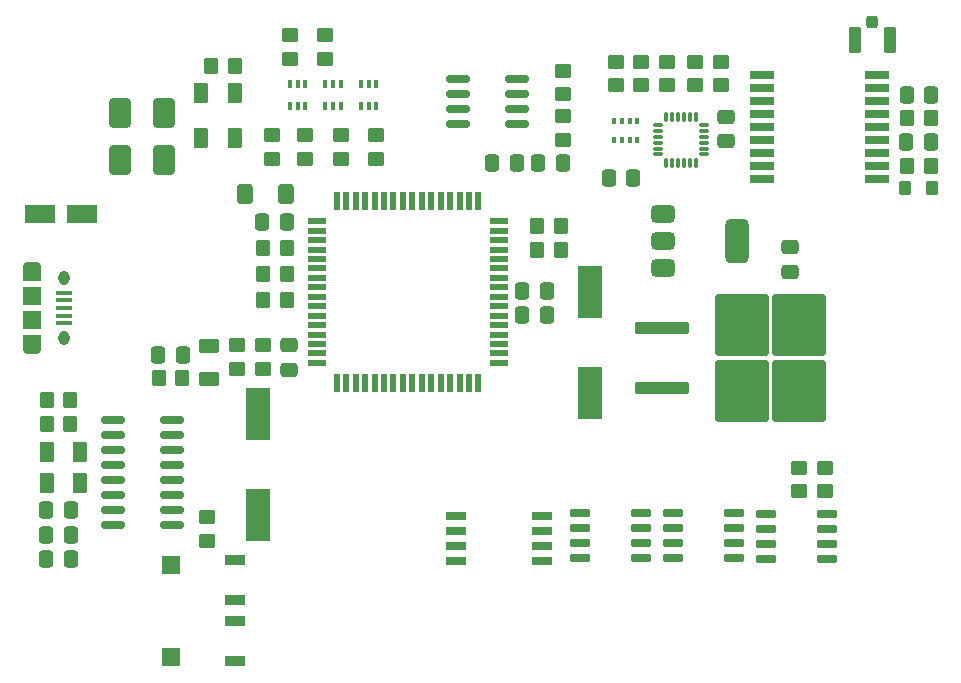
<source format=gbr>
%TF.GenerationSoftware,KiCad,Pcbnew,8.0.4-8.0.4-0~ubuntu24.04.1*%
%TF.CreationDate,2024-09-01T12:54:21+03:00*%
%TF.ProjectId,control_body,636f6e74-726f-46c5-9f62-6f64792e6b69,rev?*%
%TF.SameCoordinates,Original*%
%TF.FileFunction,Paste,Top*%
%TF.FilePolarity,Positive*%
%FSLAX46Y46*%
G04 Gerber Fmt 4.6, Leading zero omitted, Abs format (unit mm)*
G04 Created by KiCad (PCBNEW 8.0.4-8.0.4-0~ubuntu24.04.1) date 2024-09-01 12:54:21*
%MOMM*%
%LPD*%
G01*
G04 APERTURE LIST*
G04 Aperture macros list*
%AMRoundRect*
0 Rectangle with rounded corners*
0 $1 Rounding radius*
0 $2 $3 $4 $5 $6 $7 $8 $9 X,Y pos of 4 corners*
0 Add a 4 corners polygon primitive as box body*
4,1,4,$2,$3,$4,$5,$6,$7,$8,$9,$2,$3,0*
0 Add four circle primitives for the rounded corners*
1,1,$1+$1,$2,$3*
1,1,$1+$1,$4,$5*
1,1,$1+$1,$6,$7*
1,1,$1+$1,$8,$9*
0 Add four rect primitives between the rounded corners*
20,1,$1+$1,$2,$3,$4,$5,0*
20,1,$1+$1,$4,$5,$6,$7,0*
20,1,$1+$1,$6,$7,$8,$9,0*
20,1,$1+$1,$8,$9,$2,$3,0*%
G04 Aperture macros list end*
%ADD10O,1.550000X0.890000*%
%ADD11O,0.950000X1.250000*%
%ADD12R,1.350000X0.400000*%
%ADD13R,1.550000X1.200000*%
%ADD14R,1.550000X1.500000*%
%ADD15RoundRect,0.250000X-0.250000X0.275000X-0.250000X-0.275000X0.250000X-0.275000X0.250000X0.275000X0*%
%ADD16RoundRect,0.250000X-0.275000X0.850000X-0.275000X-0.850000X0.275000X-0.850000X0.275000X0.850000X0*%
%ADD17R,2.000000X0.700000*%
%ADD18RoundRect,0.250000X-0.337500X-0.475000X0.337500X-0.475000X0.337500X0.475000X-0.337500X0.475000X0*%
%ADD19RoundRect,0.150000X-0.725000X-0.150000X0.725000X-0.150000X0.725000X0.150000X-0.725000X0.150000X0*%
%ADD20RoundRect,0.250000X-0.350000X-0.450000X0.350000X-0.450000X0.350000X0.450000X-0.350000X0.450000X0*%
%ADD21RoundRect,0.250000X-0.375000X-0.625000X0.375000X-0.625000X0.375000X0.625000X-0.375000X0.625000X0*%
%ADD22RoundRect,0.250000X0.450000X-0.350000X0.450000X0.350000X-0.450000X0.350000X-0.450000X-0.350000X0*%
%ADD23RoundRect,0.250000X0.350000X0.450000X-0.350000X0.450000X-0.350000X-0.450000X0.350000X-0.450000X0*%
%ADD24RoundRect,0.250000X0.475000X-0.337500X0.475000X0.337500X-0.475000X0.337500X-0.475000X-0.337500X0*%
%ADD25R,1.700000X0.900000*%
%ADD26RoundRect,0.250000X-0.650000X1.000000X-0.650000X-1.000000X0.650000X-1.000000X0.650000X1.000000X0*%
%ADD27RoundRect,0.250000X-0.450000X0.350000X-0.450000X-0.350000X0.450000X-0.350000X0.450000X0.350000X0*%
%ADD28RoundRect,0.100000X-0.100000X0.225000X-0.100000X-0.225000X0.100000X-0.225000X0.100000X0.225000X0*%
%ADD29RoundRect,0.250000X-0.625000X0.375000X-0.625000X-0.375000X0.625000X-0.375000X0.625000X0.375000X0*%
%ADD30RoundRect,0.250000X0.337500X0.475000X-0.337500X0.475000X-0.337500X-0.475000X0.337500X-0.475000X0*%
%ADD31RoundRect,0.250000X0.650000X-1.000000X0.650000X1.000000X-0.650000X1.000000X-0.650000X-1.000000X0*%
%ADD32RoundRect,0.150000X-0.825000X-0.150000X0.825000X-0.150000X0.825000X0.150000X-0.825000X0.150000X0*%
%ADD33RoundRect,0.375000X-0.625000X-0.375000X0.625000X-0.375000X0.625000X0.375000X-0.625000X0.375000X0*%
%ADD34RoundRect,0.500000X-0.500000X-1.400000X0.500000X-1.400000X0.500000X1.400000X-0.500000X1.400000X0*%
%ADD35R,1.700000X0.650000*%
%ADD36RoundRect,0.250000X1.050000X0.550000X-1.050000X0.550000X-1.050000X-0.550000X1.050000X-0.550000X0*%
%ADD37RoundRect,0.075000X-0.350000X-0.075000X0.350000X-0.075000X0.350000X0.075000X-0.350000X0.075000X0*%
%ADD38RoundRect,0.075000X0.075000X-0.350000X0.075000X0.350000X-0.075000X0.350000X-0.075000X-0.350000X0*%
%ADD39RoundRect,0.250000X0.375000X0.625000X-0.375000X0.625000X-0.375000X-0.625000X0.375000X-0.625000X0*%
%ADD40R,2.000000X4.500000*%
%ADD41R,0.350000X0.500000*%
%ADD42RoundRect,0.250000X0.400000X0.600000X-0.400000X0.600000X-0.400000X-0.600000X0.400000X-0.600000X0*%
%ADD43R,0.550000X1.500000*%
%ADD44R,1.500000X0.550000*%
%ADD45R,1.500000X1.500000*%
%ADD46RoundRect,0.250000X-2.050000X-0.300000X2.050000X-0.300000X2.050000X0.300000X-2.050000X0.300000X0*%
%ADD47RoundRect,0.250000X-2.025000X-2.375000X2.025000X-2.375000X2.025000X2.375000X-2.025000X2.375000X0*%
%ADD48RoundRect,0.250000X-0.275000X-0.350000X0.275000X-0.350000X0.275000X0.350000X-0.275000X0.350000X0*%
G04 APERTURE END LIST*
D10*
%TO.C,J2*%
X108855000Y-91750000D03*
D11*
X111555000Y-92750000D03*
X111555000Y-97750000D03*
D10*
X108855000Y-98750000D03*
D12*
X111555000Y-93950000D03*
X111555000Y-94600000D03*
X111555000Y-95250000D03*
X111555000Y-95900000D03*
X111555000Y-96550000D03*
D13*
X108855000Y-92350000D03*
D14*
X108855000Y-94250000D03*
X108855000Y-96250000D03*
D13*
X108855000Y-98150000D03*
%TD*%
D15*
%TO.C,AE1*%
X180000000Y-71025000D03*
D16*
X181475000Y-72550000D03*
X178525000Y-72550000D03*
%TD*%
D17*
%TO.C,U3*%
X170700000Y-75500000D03*
X170700000Y-76600000D03*
X170700000Y-77700000D03*
X170700000Y-78800000D03*
X170700000Y-79900000D03*
X170700000Y-81000000D03*
X170700000Y-82100000D03*
X170700000Y-83200000D03*
X170700000Y-84300000D03*
X180400000Y-84300000D03*
X180400000Y-83200000D03*
X180400000Y-82100000D03*
X180400000Y-81000000D03*
X180400000Y-79900000D03*
X180400000Y-78800000D03*
X180400000Y-77700000D03*
X180400000Y-76600000D03*
X180400000Y-75500000D03*
%TD*%
D18*
%TO.C,C10*%
X182912500Y-77200000D03*
X184987500Y-77200000D03*
%TD*%
D19*
%TO.C,Q3*%
X155290000Y-112590000D03*
X155290000Y-113860000D03*
X155290000Y-115130000D03*
X155290000Y-116400000D03*
X160440000Y-116400000D03*
X160440000Y-115130000D03*
X160440000Y-113860000D03*
X160440000Y-112590000D03*
%TD*%
D20*
%TO.C,R7*%
X128400000Y-94600000D03*
X130400000Y-94600000D03*
%TD*%
D21*
%TO.C,D2*%
X123200000Y-77020000D03*
X126000000Y-77020000D03*
%TD*%
D22*
%TO.C,R26*%
X173760000Y-110775000D03*
X173760000Y-108775000D03*
%TD*%
D18*
%TO.C,C16*%
X151732500Y-82990000D03*
X153807500Y-82990000D03*
%TD*%
D23*
%TO.C,R1*%
X126000000Y-74800000D03*
X124000000Y-74800000D03*
%TD*%
D24*
%TO.C,C14*%
X167640000Y-81127500D03*
X167640000Y-79052500D03*
%TD*%
D25*
%TO.C,SW3*%
X126030000Y-121770000D03*
X126030000Y-125170000D03*
%TD*%
D26*
%TO.C,D1*%
X120000000Y-78750000D03*
X120000000Y-82750000D03*
%TD*%
D25*
%TO.C,SW2*%
X126030000Y-116610000D03*
X126030000Y-120010000D03*
%TD*%
D20*
%TO.C,R2*%
X119590000Y-101210000D03*
X121590000Y-101210000D03*
%TD*%
D18*
%TO.C,C15*%
X147802500Y-82980000D03*
X149877500Y-82980000D03*
%TD*%
D27*
%TO.C,R5*%
X123650000Y-112940000D03*
X123650000Y-114940000D03*
%TD*%
D22*
%TO.C,R19*%
X153800000Y-81000000D03*
X153800000Y-79000000D03*
%TD*%
%TO.C,R23*%
X133690000Y-74150000D03*
X133690000Y-72150000D03*
%TD*%
D28*
%TO.C,Q7*%
X138000000Y-76250000D03*
X137350000Y-76250000D03*
X136700000Y-76250000D03*
X136700000Y-78150000D03*
X137350000Y-78150000D03*
X138000000Y-78150000D03*
%TD*%
D29*
%TO.C,D3*%
X123800000Y-98500000D03*
X123800000Y-101300000D03*
%TD*%
D27*
%TO.C,R29*%
X129200000Y-80600000D03*
X129200000Y-82600000D03*
%TD*%
D22*
%TO.C,R13*%
X167220000Y-76390000D03*
X167220000Y-74390000D03*
%TD*%
D20*
%TO.C,R11*%
X182950000Y-79200000D03*
X184950000Y-79200000D03*
%TD*%
D27*
%TO.C,R25*%
X132000000Y-80600000D03*
X132000000Y-82600000D03*
%TD*%
D30*
%TO.C,C6*%
X112125000Y-116460000D03*
X110050000Y-116460000D03*
%TD*%
%TO.C,C7*%
X152437500Y-95800000D03*
X150362500Y-95800000D03*
%TD*%
D31*
%TO.C,D5*%
X116300000Y-82750000D03*
X116300000Y-78750000D03*
%TD*%
D32*
%TO.C,U1*%
X115735000Y-104770000D03*
X115735000Y-106040000D03*
X115735000Y-107310000D03*
X115735000Y-108580000D03*
X115735000Y-109850000D03*
X115735000Y-111120000D03*
X115735000Y-112390000D03*
X115735000Y-113660000D03*
X120685000Y-113660000D03*
X120685000Y-112390000D03*
X120685000Y-111120000D03*
X120685000Y-109850000D03*
X120685000Y-108580000D03*
X120685000Y-107310000D03*
X120685000Y-106040000D03*
X120685000Y-104770000D03*
%TD*%
D27*
%TO.C,R20*%
X138000000Y-80600000D03*
X138000000Y-82600000D03*
%TD*%
D33*
%TO.C,Q9*%
X162250000Y-87300000D03*
X162250000Y-89600000D03*
D34*
X168550000Y-89600000D03*
D33*
X162250000Y-91900000D03*
%TD*%
D20*
%TO.C,R3*%
X128400000Y-92400000D03*
X130400000Y-92400000D03*
%TD*%
D35*
%TO.C,U7*%
X144750000Y-112895000D03*
X144750000Y-114165000D03*
X144750000Y-115435000D03*
X144750000Y-116705000D03*
X152050000Y-116705000D03*
X152050000Y-115435000D03*
X152050000Y-114165000D03*
X152050000Y-112895000D03*
%TD*%
D36*
%TO.C,C1*%
X113125000Y-87250000D03*
X109525000Y-87250000D03*
%TD*%
D18*
%TO.C,C3*%
X119552500Y-99210000D03*
X121627500Y-99210000D03*
%TD*%
D19*
%TO.C,Q1*%
X170985000Y-112670000D03*
X170985000Y-113940000D03*
X170985000Y-115210000D03*
X170985000Y-116480000D03*
X176135000Y-116480000D03*
X176135000Y-115210000D03*
X176135000Y-113940000D03*
X176135000Y-112670000D03*
%TD*%
D27*
%TO.C,R24*%
X135000000Y-80600000D03*
X135000000Y-82600000D03*
%TD*%
D23*
%TO.C,R4*%
X130400000Y-90200000D03*
X128400000Y-90200000D03*
%TD*%
D28*
%TO.C,Q6*%
X135000000Y-76250000D03*
X134350000Y-76250000D03*
X133700000Y-76250000D03*
X133700000Y-78150000D03*
X134350000Y-78150000D03*
X135000000Y-78150000D03*
%TD*%
D19*
%TO.C,Q2*%
X163155000Y-112645000D03*
X163155000Y-113915000D03*
X163155000Y-115185000D03*
X163155000Y-116455000D03*
X168305000Y-116455000D03*
X168305000Y-115185000D03*
X168305000Y-113915000D03*
X168305000Y-112645000D03*
%TD*%
D22*
%TO.C,R16*%
X160400000Y-76400000D03*
X160400000Y-74400000D03*
%TD*%
D20*
%TO.C,R12*%
X182950000Y-83200000D03*
X184950000Y-83200000D03*
%TD*%
D22*
%TO.C,R17*%
X165020000Y-76390000D03*
X165020000Y-74390000D03*
%TD*%
%TO.C,R15*%
X158280000Y-76400000D03*
X158280000Y-74400000D03*
%TD*%
D37*
%TO.C,U5*%
X161840000Y-79750000D03*
X161840000Y-80250000D03*
X161840000Y-80750000D03*
X161840000Y-81250000D03*
X161840000Y-81750000D03*
X161840000Y-82250000D03*
D38*
X162540000Y-82950000D03*
X163040000Y-82950000D03*
X163540000Y-82950000D03*
X164040000Y-82950000D03*
X164540000Y-82950000D03*
X165040000Y-82950000D03*
D37*
X165740000Y-82250000D03*
X165740000Y-81750000D03*
X165740000Y-81250000D03*
X165740000Y-80750000D03*
X165740000Y-80250000D03*
X165740000Y-79750000D03*
D38*
X165040000Y-79050000D03*
X164540000Y-79050000D03*
X164040000Y-79050000D03*
X163540000Y-79050000D03*
X163040000Y-79050000D03*
X162540000Y-79050000D03*
%TD*%
D27*
%TO.C,R28*%
X175960000Y-108775000D03*
X175960000Y-110775000D03*
%TD*%
D39*
%TO.C,D8*%
X112885000Y-110040000D03*
X110085000Y-110040000D03*
%TD*%
D18*
%TO.C,C12*%
X182875000Y-81200000D03*
X184950000Y-81200000D03*
%TD*%
D22*
%TO.C,R18*%
X153800000Y-77170000D03*
X153800000Y-75170000D03*
%TD*%
D40*
%TO.C,Y2*%
X156130000Y-102410000D03*
X156130000Y-93910000D03*
%TD*%
D41*
%TO.C,U4*%
X158140000Y-79450000D03*
X158790000Y-79450000D03*
X159440000Y-79450000D03*
X160090000Y-79450000D03*
X160090000Y-81050000D03*
X159440000Y-81050000D03*
X158790000Y-81050000D03*
X158140000Y-81050000D03*
%TD*%
D18*
%TO.C,C5*%
X128325000Y-88000000D03*
X130400000Y-88000000D03*
%TD*%
%TO.C,C4*%
X110047500Y-114440000D03*
X112122500Y-114440000D03*
%TD*%
D24*
%TO.C,C11*%
X173040000Y-92197500D03*
X173040000Y-90122500D03*
%TD*%
D42*
%TO.C,D4*%
X130397500Y-85590000D03*
X126897500Y-85590000D03*
%TD*%
D43*
%TO.C,U2*%
X134650000Y-101600000D03*
X135450000Y-101600000D03*
X136250000Y-101600000D03*
X137050000Y-101600000D03*
X137850000Y-101600000D03*
X138650000Y-101600000D03*
X139450000Y-101600000D03*
X140250000Y-101600000D03*
X141050000Y-101600000D03*
X141850000Y-101600000D03*
X142650000Y-101600000D03*
X143450000Y-101600000D03*
X144250000Y-101600000D03*
X145050000Y-101600000D03*
X145850000Y-101600000D03*
X146650000Y-101600000D03*
D44*
X148350000Y-99900000D03*
X148350000Y-99100000D03*
X148350000Y-98300000D03*
X148350000Y-97500000D03*
X148350000Y-96700000D03*
X148350000Y-95900000D03*
X148350000Y-95100000D03*
X148350000Y-94300000D03*
X148350000Y-93500000D03*
X148350000Y-92700000D03*
X148350000Y-91900000D03*
X148350000Y-91100000D03*
X148350000Y-90300000D03*
X148350000Y-89500000D03*
X148350000Y-88700000D03*
X148350000Y-87900000D03*
D43*
X146650000Y-86200000D03*
X145850000Y-86200000D03*
X145050000Y-86200000D03*
X144250000Y-86200000D03*
X143450000Y-86200000D03*
X142650000Y-86200000D03*
X141850000Y-86200000D03*
X141050000Y-86200000D03*
X140250000Y-86200000D03*
X139450000Y-86200000D03*
X138650000Y-86200000D03*
X137850000Y-86200000D03*
X137050000Y-86200000D03*
X136250000Y-86200000D03*
X135450000Y-86200000D03*
X134650000Y-86200000D03*
D44*
X132950000Y-87900000D03*
X132950000Y-88700000D03*
X132950000Y-89500000D03*
X132950000Y-90300000D03*
X132950000Y-91100000D03*
X132950000Y-91900000D03*
X132950000Y-92700000D03*
X132950000Y-93500000D03*
X132950000Y-94300000D03*
X132950000Y-95100000D03*
X132950000Y-95900000D03*
X132950000Y-96700000D03*
X132950000Y-97500000D03*
X132950000Y-98300000D03*
X132950000Y-99100000D03*
X132950000Y-99900000D03*
%TD*%
D20*
%TO.C,R22*%
X110085000Y-103040000D03*
X112085000Y-103040000D03*
%TD*%
D22*
%TO.C,R6*%
X126200000Y-100400000D03*
X126200000Y-98400000D03*
%TD*%
D18*
%TO.C,C2*%
X110047500Y-112380000D03*
X112122500Y-112380000D03*
%TD*%
D32*
%TO.C,U6*%
X144935000Y-75895000D03*
X144935000Y-77165000D03*
X144935000Y-78435000D03*
X144935000Y-79705000D03*
X149885000Y-79705000D03*
X149885000Y-78435000D03*
X149885000Y-77165000D03*
X149885000Y-75895000D03*
%TD*%
D45*
%TO.C,SW1*%
X120610000Y-124810000D03*
X120610000Y-117010000D03*
%TD*%
D40*
%TO.C,Y1*%
X128000000Y-104240000D03*
X128000000Y-112740000D03*
%TD*%
D22*
%TO.C,R27*%
X130710000Y-74170000D03*
X130710000Y-72170000D03*
%TD*%
D30*
%TO.C,C8*%
X152437500Y-93800000D03*
X150362500Y-93800000D03*
%TD*%
D21*
%TO.C,D6*%
X123200000Y-80820000D03*
X126000000Y-80820000D03*
%TD*%
D20*
%TO.C,R10*%
X151600000Y-88300000D03*
X153600000Y-88300000D03*
%TD*%
D28*
%TO.C,Q5*%
X132000000Y-76250000D03*
X131350000Y-76250000D03*
X130700000Y-76250000D03*
X130700000Y-78150000D03*
X131350000Y-78150000D03*
X132000000Y-78150000D03*
%TD*%
D27*
%TO.C,R8*%
X128400000Y-98400000D03*
X128400000Y-100400000D03*
%TD*%
D46*
%TO.C,Q4*%
X162200000Y-96920000D03*
D47*
X168925000Y-96685000D03*
X168925000Y-102235000D03*
X173775000Y-96685000D03*
X173775000Y-102235000D03*
D46*
X162200000Y-102000000D03*
%TD*%
D22*
%TO.C,R14*%
X162620000Y-76390000D03*
X162620000Y-74390000D03*
%TD*%
D24*
%TO.C,C9*%
X130600000Y-100475000D03*
X130600000Y-98400000D03*
%TD*%
D20*
%TO.C,R9*%
X151610000Y-90310000D03*
X153610000Y-90310000D03*
%TD*%
D18*
%TO.C,C13*%
X157665000Y-84210000D03*
X159740000Y-84210000D03*
%TD*%
D48*
%TO.C,L1*%
X182730000Y-85120000D03*
X185030000Y-85120000D03*
%TD*%
D20*
%TO.C,R21*%
X110085000Y-105040000D03*
X112085000Y-105040000D03*
%TD*%
D39*
%TO.C,D7*%
X112885000Y-107440000D03*
X110085000Y-107440000D03*
%TD*%
M02*

</source>
